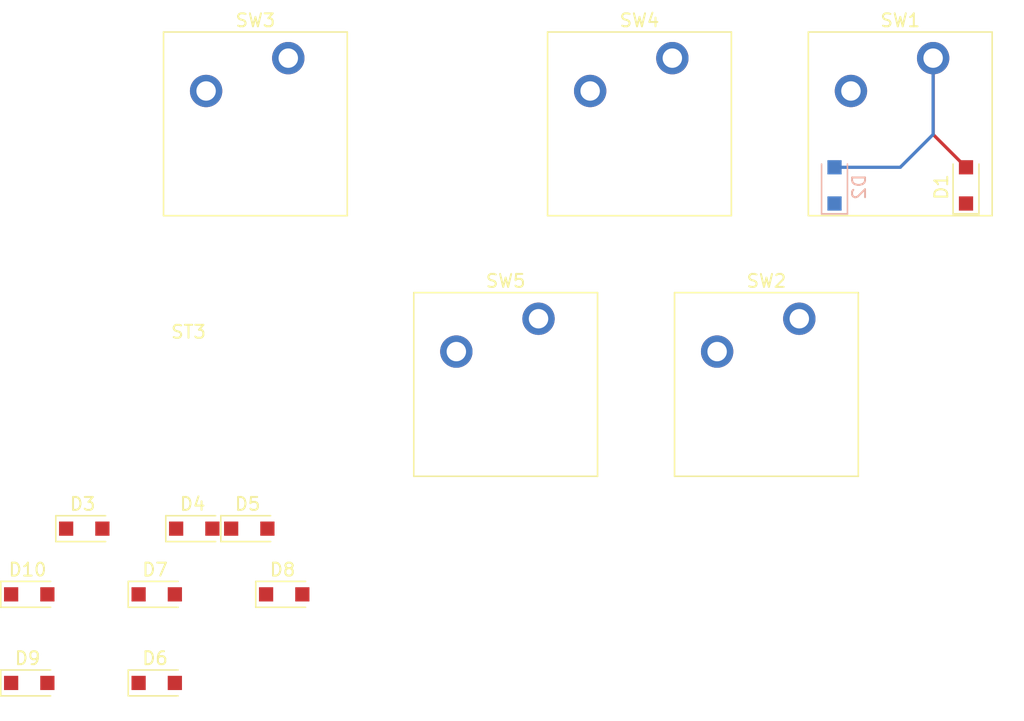
<source format=kicad_pcb>
(kicad_pcb (version 20211014) (generator pcbnew)
  (layers (0 "F.Cu" signal) (31 "B.Cu" signal) (34 "B.Paste" user) (35 "F.Paste" user) (36 "B.SilkS" user "B.Silkscreen") (37 "F.SilkS" user "F.Silkscreen") (38 "B.Mask" user) (39 "F.Mask" user) (44 "Edge.Cuts" user))
  (net 0 "")
  (net 1 "COL0")
  (net 2 "COL1")
  (net 3 "COL2")
  (net 4 "N$1")
  (net 5 "N$2")
  (net 6 "N$3")
  (net 7 "N$4")
  (net 8 "N$5")
  (net 9 "ROW0")
  (net 10 "ROW1")
  (footprint "Diode_SMD:D_SOD-123F" (layer "F.Cu") (at 72.38 -26.54 90)
    (fp_text reference "D1" (at -0.127 -1.905 90) (layer "F.SilkS"))
    (fp_text value "D")
    (fp_line (start -2.2 -1) (end 1.65 -1) (layer "F.SilkS") (width 0.12))
    (fp_line (start -2.2 -1) (end -2.2 1) (layer "F.SilkS") (width 0.12))
    (fp_line (start -2.2 1) (end 1.65 1) (layer "F.SilkS") (width 0.12))
    (pad "1" smd rect (at -1.4 0 90) (size 1.1 1.1) (layers "F.Cu" "F.Paste" "F.Mask") (net 9 "ROW0"))
    (pad "2" smd rect (at 1.4 0 90) (size 1.1 1.1) (layers "F.Cu" "F.Paste" "F.Mask") (net 4 "N$1"))
  )
  (footprint "Diode_SMD:D_SOD-123F" (layer "F.Cu") (at 4.25 0)
    (fp_text reference "D3" (at -0.127 -1.905) (layer "F.SilkS"))
    (fp_text value "D")
    (fp_line (start -2.2 1) (end 1.65 1) (layer "F.SilkS") (width 0.12))
    (fp_line (start -2.2 -1) (end -2.2 1) (layer "F.SilkS") (width 0.12))
    (fp_line (start -2.2 -1) (end 1.65 -1) (layer "F.SilkS") (width 0.12))
    (pad "1" smd rect (at -1.4 0) (size 1.1 1.1) (layers "F.Cu" "F.Paste" "F.Mask") (net 10 "ROW1"))
    (pad "2" smd rect (at 1.4 0) (size 1.1 1.1) (layers "F.Cu" "F.Paste" "F.Mask") (net 5 "N$2"))
  )
  (footprint "Diode_SMD:D_SOD-123F" (layer "F.Cu") (at 12.75 0)
    (fp_text reference "D4" (at -0.127 -1.905) (layer "F.SilkS"))
    (fp_text value "D")
    (fp_line (start -2.2 1) (end 1.65 1) (layer "F.SilkS") (width 0.12))
    (fp_line (start -2.2 -1) (end 1.65 -1) (layer "F.SilkS") (width 0.12))
    (fp_line (start -2.2 -1) (end -2.2 1) (layer "F.SilkS") (width 0.12))
    (pad "1" smd rect (at -1.4 0) (size 1.1 1.1) (layers "F.Cu" "F.Paste" "F.Mask") (net 10 "ROW1"))
    (pad "2" smd rect (at 1.4 0) (size 1.1 1.1) (layers "F.Cu" "F.Paste" "F.Mask") (net 5 "N$2"))
  )
  (footprint "Diode_SMD:D_SOD-123F" (layer "F.Cu") (at 17 0)
    (fp_text reference "D5" (at -0.127 -1.905) (layer "F.SilkS"))
    (fp_text value "D")
    (fp_line (start -2.2 -1) (end -2.2 1) (layer "F.SilkS") (width 0.12))
    (fp_line (start -2.2 1) (end 1.65 1) (layer "F.SilkS") (width 0.12))
    (fp_line (start -2.2 -1) (end 1.65 -1) (layer "F.SilkS") (width 0.12))
    (pad "1" smd rect (at -1.4 0) (size 1.1 1.1) (layers "F.Cu" "F.Paste" "F.Mask") (net 9 "ROW0"))
    (pad "2" smd rect (at 1.4 0) (size 1.1 1.1) (layers "F.Cu" "F.Paste" "F.Mask") (net 6 "N$3"))
  )
  (footprint "examples:Stabilizer_Cherry_MX_2u" (layer "F.Cu") (at 12.306899 -12.216001)
    (fp_text reference "ST3" (at 0 -3) (layer "F.SilkS"))
    (fp_text value "MountingHole")
    (pad "" np_thru_hole circle locked (at -11.938 -6.985) (size 3.048 3.048) (drill 3.048) (layers *.Cu *.Mask))
    (pad "" np_thru_hole circle locked (at 11.938 -6.985) (size 3.048 3.048) (drill 3.048) (layers *.Cu *.Mask))
    (pad "" np_thru_hole circle locked (at 11.938 8.255) (size 3.9878 3.9878) (drill 3.9878) (layers *.Cu *.Mask))
    (pad "" np_thru_hole circle locked (at -11.938 8.255) (size 3.9878 3.9878) (drill 3.9878) (layers *.Cu *.Mask))
  )
  (footprint "examples:SW_Cherry_MX_PCB_1.00u" (layer "F.Cu") (at 67.3 -31.3)
    (fp_text reference "SW1" (at 0 -8) (layer "F.SilkS"))
    (fp_text value "SW_Push")
    (fp_line (start -7.1 7.1) (end 7.1 7.1) (layer "F.SilkS") (width 0.12))
    (fp_line (start 7.1 -7.1) (end -7.1 -7.1) (layer "F.SilkS") (width 0.12))
    (fp_line (start -7.1 -7.1) (end -7.1 7.1) (layer "F.SilkS") (width 0.12))
    (fp_line (start 7.1 7.1) (end 7.1 -7.1) (layer "F.SilkS") (width 0.12))
    (pad "" np_thru_hole circle locked (at 5.08 0) (size 1.75 1.75) (drill 1.75) (layers *.Cu *.Mask))
    (pad "" np_thru_hole circle locked (at 0 0) (size 4 4) (drill 4) (layers *.Cu *.Mask))
    (pad "" np_thru_hole circle locked (at -5.08 0) (size 1.75 1.75) (drill 1.75) (layers *.Cu *.Mask))
    (pad "1" thru_hole circle locked (at -3.81 -2.54) (size 2.5 2.5) (drill 1.5) (layers *.Cu "B.Mask") (net 1 "COL0"))
    (pad "2" thru_hole circle locked (at 2.54 -5.08) (size 2.5 2.5) (drill 1.5) (layers *.Cu "B.Mask") (net 4 "N$1"))
  )
  (footprint "examples:SW_Cherry_MX_PCB_1.00u" (layer "F.Cu") (at 56.96 -11.15)
    (fp_text reference "SW2" (at 0 -8) (layer "F.SilkS"))
    (fp_text value "SW_Push")
    (fp_line (start 7.1 -7.1) (end -7.1 -7.1) (layer "F.SilkS") (width 0.12))
    (fp_line (start -7.1 -7.1) (end -7.1 7.1) (layer "F.SilkS") (width 0.12))
    (fp_line (start -7.1 7.1) (end 7.1 7.1) (layer "F.SilkS") (width 0.12))
    (fp_line (start 7.1 7.1) (end 7.1 -7.1) (layer "F.SilkS") (width 0.12))
    (pad "" np_thru_hole circle locked (at 0 0) (size 4 4) (drill 4) (layers *.Cu *.Mask))
    (pad "" np_thru_hole circle locked (at 5.08 0) (size 1.75 1.75) (drill 1.75) (layers *.Cu *.Mask))
    (pad "" np_thru_hole circle locked (at -5.08 0) (size 1.75 1.75) (drill 1.75) (layers *.Cu *.Mask))
    (pad "1" thru_hole circle locked (at -3.81 -2.54) (size 2.5 2.5) (drill 1.5) (layers *.Cu "B.Mask") (net 1 "COL0"))
    (pad "2" thru_hole circle locked (at 2.54 -5.08) (size 2.5 2.5) (drill 1.5) (layers *.Cu "B.Mask") (net 5 "N$2"))
  )
  (footprint "examples:SW_Cherry_MX_PCB_2.00u" (layer "F.Cu") (at 17.475 -31.3)
    (fp_text reference "SW3" (at 0 -8) (layer "F.SilkS"))
    (fp_text value "SW_Push")
    (fp_line (start -7.1 -7.1) (end -7.1 7.1) (layer "F.SilkS") (width 0.12))
    (fp_line (start -7.1 7.1) (end 7.1 7.1) (layer "F.SilkS") (width 0.12))
    (fp_line (start 7.1 -7.1) (end -7.1 -7.1) (layer "F.SilkS") (width 0.12))
    (fp_line (start 7.1 7.1) (end 7.1 -7.1) (layer "F.SilkS") (width 0.12))
    (pad "" np_thru_hole circle locked (at 0 0) (size 4 4) (drill 4) (layers *.Cu *.Mask))
    (pad "" np_thru_hole circle locked (at -5.08 0) (size 1.75 1.75) (drill 1.75) (layers *.Cu *.Mask))
    (pad "" np_thru_hole circle locked (at 5.08 0) (size 1.75 1.75) (drill 1.75) (layers *.Cu *.Mask))
    (pad "1" thru_hole circle locked (at -3.81 -2.54) (size 2.5 2.5) (drill 1.5) (layers *.Cu "B.Mask") (net 2 "COL1"))
    (pad "2" thru_hole circle locked (at 2.54 -5.08) (size 2.5 2.5) (drill 1.5) (layers *.Cu "B.Mask") (net 6 "N$3"))
  )
  (footprint "examples:SW_Cherry_MX_PCB_1.00u" (layer "F.Cu") (at 47.15 -31.3)
    (fp_text reference "SW4" (at 0 -8) (layer "F.SilkS"))
    (fp_text value "SW_Push")
    (fp_line (start -7.1 7.1) (end 7.1 7.1) (layer "F.SilkS") (width 0.12))
    (fp_line (start 7.1 7.1) (end 7.1 -7.1) (layer "F.SilkS") (width 0.12))
    (fp_line (start -7.1 -7.1) (end -7.1 7.1) (layer "F.SilkS") (width 0.12))
    (fp_line (start 7.1 -7.1) (end -7.1 -7.1) (layer "F.SilkS") (width 0.12))
    (pad "" np_thru_hole circle locked (at -5.08 0) (size 1.75 1.75) (drill 1.75) (layers *.Cu *.Mask))
    (pad "" np_thru_hole circle locked (at 0 0) (size 4 4) (drill 4) (layers *.Cu *.Mask))
    (pad "" np_thru_hole circle locked (at 5.08 0) (size 1.75 1.75) (drill 1.75) (layers *.Cu *.Mask))
    (pad "1" thru_hole circle locked (at -3.81 -2.54) (size 2.5 2.5) (drill 1.5) (layers *.Cu "B.Mask") (net 2 "COL1"))
    (pad "2" thru_hole circle locked (at 2.54 -5.08) (size 2.5 2.5) (drill 1.5) (layers *.Cu "B.Mask") (net 7 "N$4"))
  )
  (footprint "examples:SW_Cherry_MX_PCB_1.00u" (layer "F.Cu") (at 36.81 -11.15)
    (fp_text reference "SW5" (at 0 -8) (layer "F.SilkS"))
    (fp_text value "SW_Push")
    (fp_line (start -7.1 -7.1) (end -7.1 7.1) (layer "F.SilkS") (width 0.12))
    (fp_line (start 7.1 7.1) (end 7.1 -7.1) (layer "F.SilkS") (width 0.12))
    (fp_line (start -7.1 7.1) (end 7.1 7.1) (layer "F.SilkS") (width 0.12))
    (fp_line (start 7.1 -7.1) (end -7.1 -7.1) (layer "F.SilkS") (width 0.12))
    (pad "" np_thru_hole circle locked (at 5.08 0) (size 1.75 1.75) (drill 1.75) (layers *.Cu *.Mask))
    (pad "" np_thru_hole circle locked (at -5.08 0) (size 1.75 1.75) (drill 1.75) (layers *.Cu *.Mask))
    (pad "" np_thru_hole circle locked (at 0 0) (size 4 4) (drill 4) (layers *.Cu *.Mask))
    (pad "1" thru_hole circle locked (at -3.81 -2.54) (size 2.5 2.5) (drill 1.5) (layers *.Cu "B.Mask") (net 3 "COL2"))
    (pad "2" thru_hole circle locked (at 2.54 -5.08) (size 2.5 2.5) (drill 1.5) (layers *.Cu "B.Mask") (net 8 "N$5"))
  )
  (footprint "Diode_SMD:D_SOD-123F" (layer "F.Cu") (at 9.85 5.08)
    (fp_text reference "D7" (at -0.127 -1.905) (layer "F.SilkS"))
    (fp_text value "D")
    (fp_line (start -2.2 -1) (end -2.2 1) (layer "F.SilkS") (width 0.12))
    (fp_line (start -2.2 1) (end 1.65 1) (layer "F.SilkS") (width 0.12))
    (fp_line (start -2.2 -1) (end 1.65 -1) (layer "F.SilkS") (width 0.12))
    (pad "1" smd rect (at -1.4 0) (size 1.1 1.1) (layers "F.Cu" "F.Paste" "F.Mask") (net 10 "ROW1"))
    (pad "2" smd rect (at 1.4 0) (size 1.1 1.1) (layers "F.Cu" "F.Paste" "F.Mask") (net 7 "N$4"))
  )
  (footprint "Diode_SMD:D_SOD-123F" (layer "F.Cu") (at 9.85 11.93)
    (fp_text reference "D6" (at -0.127 -1.905) (layer "F.SilkS"))
    (fp_text value "D")
    (fp_line (start -2.2 1) (end 1.65 1) (layer "F.SilkS") (width 0.12))
    (fp_line (start -2.2 -1) (end -2.2 1) (layer "F.SilkS") (width 0.12))
    (fp_line (start -2.2 -1) (end 1.65 -1) (layer "F.SilkS") (width 0.12))
    (pad "1" smd rect (at -1.4 0) (size 1.1 1.1) (layers "F.Cu" "F.Paste" "F.Mask") (net 9 "ROW0"))
    (pad "2" smd rect (at 1.4 0) (size 1.1 1.1) (layers "F.Cu" "F.Paste" "F.Mask") (net 6 "N$3"))
  )
  (footprint "Diode_SMD:D_SOD-123F" (layer "F.Cu") (at 0 5.08)
    (fp_text reference "D10" (at -0.127 -1.905) (layer "F.SilkS"))
    (fp_text value "D")
    (fp_line (start -2.2 -1) (end 1.65 -1) (layer "F.SilkS") (width 0.12))
    (fp_line (start -2.2 -1) (end -2.2 1) (layer "F.SilkS") (width 0.12))
    (fp_line (start -2.2 1) (end 1.65 1) (layer "F.SilkS") (width 0.12))
    (pad "1" smd rect (at -1.4 0) (size 1.1 1.1) (layers "F.Cu" "F.Paste" "F.Mask") (net 10 "ROW1"))
    (pad "2" smd rect (at 1.4 0) (size 1.1 1.1) (layers "F.Cu" "F.Paste" "F.Mask") (net 8 "N$5"))
  )
  (footprint "Diode_SMD:D_SOD-123F" (layer "F.Cu") (at 0 11.93)
    (fp_text reference "D9" (at -0.127 -1.905) (layer "F.SilkS"))
    (fp_text value "D")
    (fp_line (start -2.2 -1) (end 1.65 -1) (layer "F.SilkS") (width 0.12))
    (fp_line (start -2.2 -1) (end -2.2 1) (layer "F.SilkS") (width 0.12))
    (fp_line (start -2.2 1) (end 1.65 1) (layer "F.SilkS") (width 0.12))
    (pad "1" smd rect (at -1.4 0) (size 1.1 1.1) (layers "F.Cu" "F.Paste" "F.Mask") (net 10 "ROW1"))
    (pad "2" smd rect (at 1.4 0) (size 1.1 1.1) (layers "F.Cu" "F.Paste" "F.Mask") (net 8 "N$5"))
  )
  (footprint "Diode_SMD:D_SOD-123F" (layer "F.Cu") (at 19.7 5.08)
    (fp_text reference "D8" (at -0.127 -1.905) (layer "F.SilkS"))
    (fp_text value "D")
    (fp_line (start -2.2 -1) (end -2.2 1) (layer "F.SilkS") (width 0.12))
    (fp_line (start -2.2 1) (end 1.65 1) (layer "F.SilkS") (width 0.12))
    (fp_line (start -2.2 -1) (end 1.65 -1) (layer "F.SilkS") (width 0.12))
    (pad "1" smd rect (at -1.4 0) (size 1.1 1.1) (layers "F.Cu" "F.Paste" "F.Mask") (net 10 "ROW1"))
    (pad "2" smd rect (at 1.4 0) (size 1.1 1.1) (layers "F.Cu" "F.Paste" "F.Mask") (net 7 "N$4"))
  )
  (footprint "Diode_SMD:D_SOD-123F" (layer "B.Cu") (at 62.22 -26.54 90)
    (fp_text reference "D2" (at -0.127 1.905 90) (layer "B.SilkS") (effects (justify mirror)))
    (fp_text value "D")
    (fp_line (start -2.2 1) (end 1.65 1) (layer "B.SilkS") (width 0.12))
    (fp_line (start -2.2 1) (end -2.2 -1) (layer "B.SilkS") (width 0.12))
    (fp_line (start -2.2 -1) (end 1.65 -1) (layer "B.SilkS") (width 0.12))
    (pad "1" smd rect (at -1.4 0 90) (size 1.1 1.1) (layers "B.Cu" "B.Paste" "B.Mask") (net 9 "ROW0"))
    (pad "2" smd rect (at 1.4 0 90) (size 1.1 1.1) (layers "B.Cu" "B.Paste" "B.Mask") (net 4 "N$1"))
  )
  (segment (start 69.84 -30.48) (end 69.84 -36.38) (width 0.25) (layer "F.Cu") (net 4))
  (segment (start 72.38 -27.94) (end 69.84 -30.48) (width 0.25) (layer "F.Cu") (net 4))
  (segment (start 67.298759 -27.94) (end 69.84 -30.481241) (width 0.25) (layer "B.Cu") (net 4))
  (segment (start 69.84 -30.481241) (end 69.84 -36.38) (width 0.25) (layer "B.Cu") (net 4))
  (segment (start 62.22 -27.94) (end 67.298759 -27.94) (width 0.25) (layer "B.Cu") (net 4))
)
</source>
